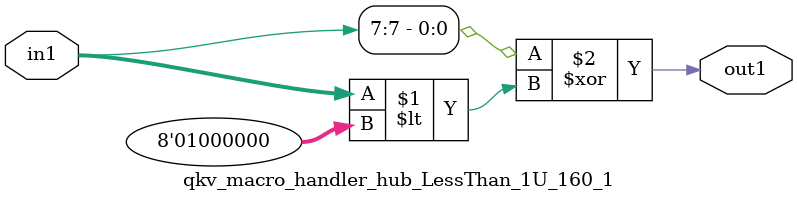
<source format=v>

`timescale 1ps / 1ps


module qkv_macro_handler_hub_LessThan_1U_160_1( in1, out1 );

    input [7:0] in1;
    output out1;

    
    // rtl_process:qkv_macro_handler_hub_LessThan_1U_160_1/qkv_macro_handler_hub_LessThan_1U_160_1_thread_1
    assign out1 = (in1[7] ^ in1 < 8'd064);

endmodule


</source>
